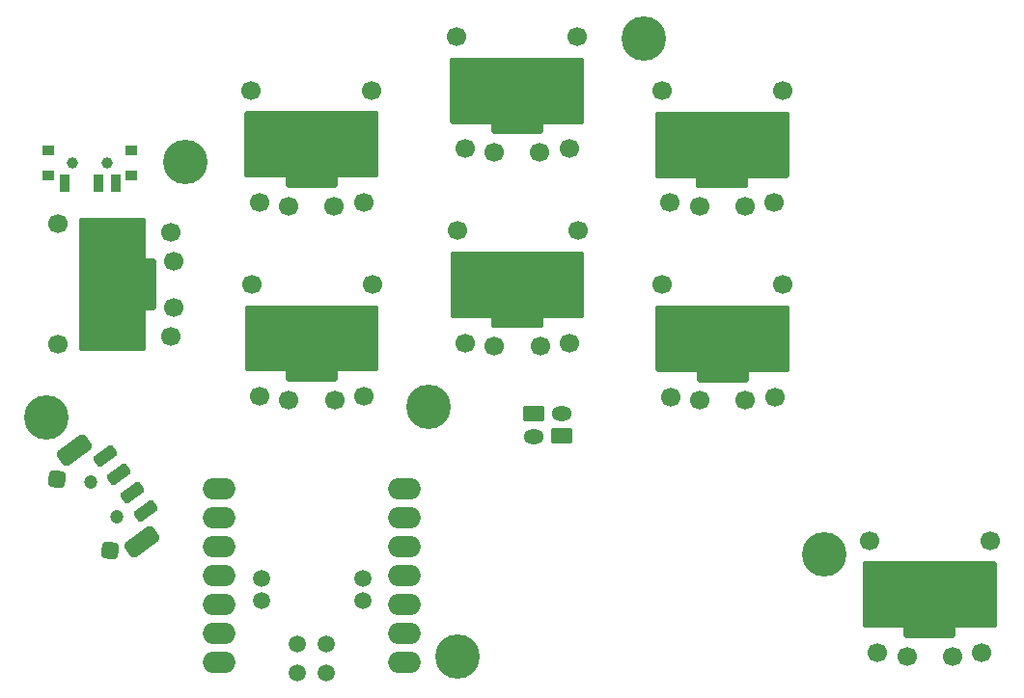
<source format=gbr>
%TF.GenerationSoftware,KiCad,Pcbnew,8.0.2*%
%TF.CreationDate,2024-07-05T21:54:23-05:00*%
%TF.ProjectId,bonsai,626f6e73-6169-42e6-9b69-6361645f7063,v1*%
%TF.SameCoordinates,Original*%
%TF.FileFunction,Soldermask,Bot*%
%TF.FilePolarity,Negative*%
%FSLAX46Y46*%
G04 Gerber Fmt 4.6, Leading zero omitted, Abs format (unit mm)*
G04 Created by KiCad (PCBNEW 8.0.2) date 2024-07-05 21:54:23*
%MOMM*%
%LPD*%
G01*
G04 APERTURE LIST*
G04 Aperture macros list*
%AMRoundRect*
0 Rectangle with rounded corners*
0 $1 Rounding radius*
0 $2 $3 $4 $5 $6 $7 $8 $9 X,Y pos of 4 corners*
0 Add a 4 corners polygon primitive as box body*
4,1,4,$2,$3,$4,$5,$6,$7,$8,$9,$2,$3,0*
0 Add four circle primitives for the rounded corners*
1,1,$1+$1,$2,$3*
1,1,$1+$1,$4,$5*
1,1,$1+$1,$6,$7*
1,1,$1+$1,$8,$9*
0 Add four rect primitives between the rounded corners*
20,1,$1+$1,$2,$3,$4,$5,0*
20,1,$1+$1,$4,$5,$6,$7,0*
20,1,$1+$1,$6,$7,$8,$9,0*
20,1,$1+$1,$8,$9,$2,$3,0*%
G04 Aperture macros list end*
%ADD10C,1.497000*%
%ADD11RoundRect,0.050000X0.850000X-0.600000X0.850000X0.600000X-0.850000X0.600000X-0.850000X-0.600000X0*%
%ADD12O,1.800000X1.300000*%
%ADD13O,0.300000X5.800000*%
%ADD14O,2.000000X5.800000*%
%ADD15O,0.300000X1.100000*%
%ADD16O,11.700000X0.300000*%
%ADD17O,11.700000X5.800000*%
%ADD18O,4.500000X1.000000*%
%ADD19O,4.500000X0.300000*%
%ADD20C,1.700000*%
%ADD21C,1.000000*%
%ADD22C,3.900000*%
%ADD23C,1.200000*%
%ADD24RoundRect,0.050000X-0.850000X0.600000X-0.850000X-0.600000X0.850000X-0.600000X0.850000X0.600000X0*%
%ADD25O,5.800000X0.300000*%
%ADD26O,5.800000X2.000000*%
%ADD27O,1.100000X0.300000*%
%ADD28O,0.300000X11.700000*%
%ADD29O,5.800000X11.700000*%
%ADD30O,1.000000X4.500000*%
%ADD31O,0.300000X4.500000*%
%ADD32O,2.850000X1.900000*%
%ADD33RoundRect,0.050000X-0.500000X-0.400000X0.500000X-0.400000X0.500000X0.400000X-0.500000X0.400000X0*%
%ADD34RoundRect,0.050000X-0.350000X-0.750000X0.350000X-0.750000X0.350000X0.750000X-0.350000X0.750000X0*%
%ADD35RoundRect,0.050000X-0.349987X-0.750006X0.350013X-0.749994X0.349987X0.750006X-0.350013X0.749994X0*%
%ADD36RoundRect,0.275000X-0.786983X-0.238554X-0.460602X-0.681245X0.786983X0.238554X0.460602X0.681245X0*%
%ADD37RoundRect,0.400000X-1.162995X-0.360474X-0.688260X-1.004389X1.162995X0.360474X0.688260X1.004389X0*%
%ADD38RoundRect,0.375000X-0.426859X-0.314708X0.314708X-0.426859X0.426859X0.314708X-0.314708X0.426859X0*%
G04 APERTURE END LIST*
D10*
%TO.C,U?*%
X45041440Y-65510000D03*
X36151440Y-65510000D03*
X45041440Y-67415000D03*
X36151440Y-67415000D03*
%TD*%
D11*
%TO.C,REF\u002A\u002A*%
X62450000Y-52975000D03*
D12*
X62450000Y-50975002D03*
%TD*%
D13*
%TO.C,REF\u002A\u002A*%
X34866400Y-44389000D03*
D14*
X35716400Y-44389000D03*
D15*
X38466400Y-47639000D03*
D16*
X40566400Y-41639000D03*
D17*
X40566400Y-44389000D03*
D16*
X40566400Y-47139000D03*
D18*
X40566400Y-47689000D03*
D19*
X40566400Y-48039000D03*
D15*
X42666400Y-47639000D03*
D14*
X45416400Y-44389000D03*
D13*
X46266400Y-44389000D03*
D20*
X38566400Y-49789000D03*
X42566400Y-49789000D03*
X35986400Y-49489000D03*
X45146400Y-49489000D03*
X45866400Y-39639000D03*
X35266400Y-39639000D03*
%TD*%
D13*
%TO.C,REF\u002A\u002A*%
X70866400Y-27389000D03*
D14*
X71716400Y-27389000D03*
D15*
X74466400Y-30639000D03*
D16*
X76566400Y-24639000D03*
D17*
X76566400Y-27389000D03*
D16*
X76566400Y-30139000D03*
D18*
X76566400Y-30689000D03*
D19*
X76566400Y-31039000D03*
D15*
X78666400Y-30639000D03*
D14*
X81416400Y-27389000D03*
D13*
X82266400Y-27389000D03*
D20*
X74566400Y-32789000D03*
X78566400Y-32789000D03*
X71986400Y-32489000D03*
X81146400Y-32489000D03*
X81866400Y-22639000D03*
X71266400Y-22639000D03*
%TD*%
D21*
%TO.C,REF\u002A\u002A*%
X22600000Y-28994999D03*
X19600000Y-28995000D03*
%TD*%
D13*
%TO.C,REF\u002A\u002A*%
X89066400Y-66889000D03*
D14*
X89916400Y-66889000D03*
D15*
X92666400Y-70139000D03*
D16*
X94766400Y-64139000D03*
D17*
X94766400Y-66889000D03*
D16*
X94766400Y-69639000D03*
D18*
X94766400Y-70189000D03*
D19*
X94766400Y-70539000D03*
D15*
X96866400Y-70139000D03*
D14*
X99616400Y-66889000D03*
D13*
X100466400Y-66889000D03*
D20*
X92766400Y-72289000D03*
X96766400Y-72289000D03*
X90186400Y-71989000D03*
X99346400Y-71989000D03*
X100066400Y-62139000D03*
X89466400Y-62139000D03*
%TD*%
D22*
%TO.C,REF\u002A\u002A*%
X85500000Y-63350000D03*
%TD*%
D23*
%TO.C,REF\u002A\u002A*%
X23421088Y-60026484D03*
X21166096Y-56967888D03*
%TD*%
D22*
%TO.C,REF\u002A\u002A*%
X53300000Y-72350000D03*
%TD*%
D13*
%TO.C,REF\u002A\u002A*%
X52900000Y-39675000D03*
D14*
X53750000Y-39675000D03*
D15*
X56500000Y-42925000D03*
D16*
X58600000Y-36925000D03*
D17*
X58600000Y-39675000D03*
D16*
X58600000Y-42425000D03*
D18*
X58600000Y-42975000D03*
D19*
X58600000Y-43325000D03*
D15*
X60700000Y-42925000D03*
D14*
X63450000Y-39675000D03*
D13*
X64300000Y-39675000D03*
D20*
X56600000Y-45075000D03*
X60600000Y-45075000D03*
X54020000Y-44775000D03*
X63180000Y-44775000D03*
X63900000Y-34925000D03*
X53300000Y-34925000D03*
%TD*%
D13*
%TO.C,REF\u002A\u002A*%
X34832800Y-27353000D03*
D14*
X35682800Y-27353000D03*
D15*
X38432800Y-30603000D03*
D16*
X40532800Y-24603000D03*
D17*
X40532800Y-27353000D03*
D16*
X40532800Y-30103000D03*
D18*
X40532800Y-30653000D03*
D19*
X40532800Y-31003000D03*
D15*
X42632800Y-30603000D03*
D14*
X45382800Y-27353000D03*
D13*
X46232800Y-27353000D03*
D20*
X38532800Y-32753000D03*
X42532800Y-32753000D03*
X35952800Y-32453000D03*
X45112800Y-32453000D03*
X45832800Y-22603000D03*
X35232800Y-22603000D03*
%TD*%
D22*
%TO.C,*%
X50800000Y-50375000D03*
%TD*%
D24*
%TO.C,REF\u002A\u002A*%
X60066400Y-50989000D03*
D12*
X60066400Y-52989000D03*
%TD*%
D22*
%TO.C,REF\u002A\u002A*%
X29450000Y-28900000D03*
%TD*%
%TO.C,REF\u002A\u002A*%
X69700000Y-18050000D03*
%TD*%
%TO.C,REF\u002A\u002A*%
X17300000Y-51300000D03*
%TD*%
D13*
%TO.C,REF\u002A\u002A*%
X52866400Y-22639000D03*
D14*
X53716400Y-22639000D03*
D15*
X56466400Y-25889000D03*
D16*
X58566400Y-19889000D03*
D17*
X58566400Y-22639000D03*
D16*
X58566400Y-25389000D03*
D18*
X58566400Y-25939000D03*
D19*
X58566400Y-26289000D03*
D15*
X60666400Y-25889000D03*
D14*
X63416400Y-22639000D03*
D13*
X64266400Y-22639000D03*
D20*
X56566400Y-28039000D03*
X60566400Y-28039000D03*
X53986400Y-27739000D03*
X63146400Y-27739000D03*
X63866400Y-17889000D03*
X53266400Y-17889000D03*
%TD*%
D13*
%TO.C,REF\u002A\u002A*%
X70900000Y-44425000D03*
D14*
X71750000Y-44425000D03*
D15*
X74500000Y-47675000D03*
D16*
X76600000Y-41675000D03*
D17*
X76600000Y-44425000D03*
D16*
X76600000Y-47175000D03*
D18*
X76600000Y-47725000D03*
D19*
X76600000Y-48075000D03*
D15*
X78700000Y-47675000D03*
D14*
X81450000Y-44425000D03*
D13*
X82300000Y-44425000D03*
D20*
X74600000Y-49825000D03*
X78600000Y-49825000D03*
X72020000Y-49525000D03*
X81180000Y-49525000D03*
X81900000Y-39675000D03*
X71300000Y-39675000D03*
%TD*%
D25*
%TO.C,REF\u002A\u002A*%
X23066400Y-45339000D03*
D26*
X23066400Y-44489000D03*
D27*
X26316400Y-41739000D03*
D28*
X20316400Y-39639000D03*
D29*
X23066400Y-39639000D03*
D28*
X25816400Y-39639000D03*
D30*
X26366400Y-39639000D03*
D31*
X26716400Y-39639000D03*
D27*
X26316400Y-37539000D03*
D26*
X23066400Y-34789000D03*
D25*
X23066400Y-33939000D03*
D20*
X28466400Y-41639000D03*
X28466400Y-37639000D03*
X28166400Y-44219000D03*
X28166400Y-35059000D03*
X18316400Y-34339000D03*
X18316400Y-44939000D03*
%TD*%
D32*
%TO.C,U?*%
X32471440Y-72809000D03*
X32471440Y-70269000D03*
X32471440Y-67729000D03*
X32471440Y-65189000D03*
X32471440Y-62649000D03*
X32471440Y-60109000D03*
X32471440Y-57569000D03*
X48661360Y-57569000D03*
X48661360Y-60109000D03*
X48661360Y-62649000D03*
X48661360Y-65189000D03*
X48661360Y-67729000D03*
X48661360Y-70269000D03*
X48661360Y-72809000D03*
D10*
X39296400Y-73761000D03*
X41836400Y-73761000D03*
X39296400Y-71221000D03*
X41836400Y-71221000D03*
%TD*%
D33*
%TO.C,REF\u002A\u002A*%
X17450001Y-27895000D03*
X17450001Y-30105000D03*
D21*
X19599999Y-28995001D03*
X22600000Y-28995000D03*
D33*
X24750000Y-30105001D03*
X24750001Y-27895000D03*
D34*
X18850001Y-30755000D03*
D35*
X21850002Y-30755001D03*
D34*
X23350001Y-30755000D03*
%TD*%
D23*
%TO.C,REF\u002A\u002A*%
X21200000Y-57000000D03*
X23454992Y-60058598D03*
D36*
X22398491Y-54749752D03*
X25959009Y-59579119D03*
X23585337Y-56359546D03*
D37*
X19762848Y-54208118D03*
D38*
X18202149Y-56725406D03*
X22830814Y-63003576D03*
D37*
X25697036Y-62257055D03*
D36*
X24772170Y-57969327D03*
%TD*%
M02*

</source>
